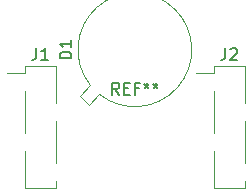
<source format=gbr>
G04 #@! TF.GenerationSoftware,KiCad,Pcbnew,(5.0.0)*
G04 #@! TF.CreationDate,2018-11-17T14:05:54+01:00*
G04 #@! TF.ProjectId,refPhotoDiode_MDversion,72656650686F746F44696F64655F4D44,rev?*
G04 #@! TF.SameCoordinates,Original*
G04 #@! TF.FileFunction,Legend,Top*
G04 #@! TF.FilePolarity,Positive*
%FSLAX46Y46*%
G04 Gerber Fmt 4.6, Leading zero omitted, Abs format (unit mm)*
G04 Created by KiCad (PCBNEW (5.0.0)) date 11/17/18 14:05:54*
%MOMM*%
%LPD*%
G01*
G04 APERTURE LIST*
%ADD10C,0.120000*%
%ADD11C,0.150000*%
G04 APERTURE END LIST*
D10*
G04 #@! TO.C,J1*
X140670000Y-89860000D02*
X143330000Y-89860000D01*
X140670000Y-100140000D02*
X143330000Y-100140000D01*
X143330000Y-89860000D02*
X143330000Y-92970000D01*
X140670000Y-90430000D02*
X139150000Y-90430000D01*
X140670000Y-89860000D02*
X140670000Y-90430000D01*
X143330000Y-99570000D02*
X143330000Y-100140000D01*
X143330000Y-94490000D02*
X143330000Y-98050000D01*
X140670000Y-91950000D02*
X140670000Y-95510000D01*
X140670000Y-97030000D02*
X140670000Y-100140000D01*
G04 #@! TO.C,D1*
X146225098Y-91457084D02*
X145334144Y-92348039D01*
X145334144Y-92348039D02*
X146111961Y-93125856D01*
X146111961Y-93125856D02*
X147002916Y-92234902D01*
X147002629Y-92234674D02*
G75*
G03X146225098Y-91457084I2997371J3774674D01*
G01*
G04 #@! TO.C,J2*
X156670000Y-97030000D02*
X156670000Y-100140000D01*
X156670000Y-91950000D02*
X156670000Y-95510000D01*
X159330000Y-94490000D02*
X159330000Y-98050000D01*
X159330000Y-99570000D02*
X159330000Y-100140000D01*
X156670000Y-89860000D02*
X156670000Y-90430000D01*
X156670000Y-90430000D02*
X155150000Y-90430000D01*
X159330000Y-89860000D02*
X159330000Y-92970000D01*
X156670000Y-100140000D02*
X159330000Y-100140000D01*
X156670000Y-89860000D02*
X159330000Y-89860000D01*
G04 #@! TO.C,J1*
D11*
X141666666Y-88312380D02*
X141666666Y-89026666D01*
X141619047Y-89169523D01*
X141523809Y-89264761D01*
X141380952Y-89312380D01*
X141285714Y-89312380D01*
X142666666Y-89312380D02*
X142095238Y-89312380D01*
X142380952Y-89312380D02*
X142380952Y-88312380D01*
X142285714Y-88455238D01*
X142190476Y-88550476D01*
X142095238Y-88598095D01*
G04 #@! TO.C,D1*
X144632380Y-89198095D02*
X143632380Y-89198095D01*
X143632380Y-88960000D01*
X143680000Y-88817142D01*
X143775238Y-88721904D01*
X143870476Y-88674285D01*
X144060952Y-88626666D01*
X144203809Y-88626666D01*
X144394285Y-88674285D01*
X144489523Y-88721904D01*
X144584761Y-88817142D01*
X144632380Y-88960000D01*
X144632380Y-89198095D01*
X144632380Y-87674285D02*
X144632380Y-88245714D01*
X144632380Y-87960000D02*
X143632380Y-87960000D01*
X143775238Y-88055238D01*
X143870476Y-88150476D01*
X143918095Y-88245714D01*
G04 #@! TO.C,J2*
X157666666Y-88312380D02*
X157666666Y-89026666D01*
X157619047Y-89169523D01*
X157523809Y-89264761D01*
X157380952Y-89312380D01*
X157285714Y-89312380D01*
X158095238Y-88407619D02*
X158142857Y-88360000D01*
X158238095Y-88312380D01*
X158476190Y-88312380D01*
X158571428Y-88360000D01*
X158619047Y-88407619D01*
X158666666Y-88502857D01*
X158666666Y-88598095D01*
X158619047Y-88740952D01*
X158047619Y-89312380D01*
X158666666Y-89312380D01*
G04 #@! TO.C,REF\002A\002A*
X148666666Y-92252380D02*
X148333333Y-91776190D01*
X148095238Y-92252380D02*
X148095238Y-91252380D01*
X148476190Y-91252380D01*
X148571428Y-91300000D01*
X148619047Y-91347619D01*
X148666666Y-91442857D01*
X148666666Y-91585714D01*
X148619047Y-91680952D01*
X148571428Y-91728571D01*
X148476190Y-91776190D01*
X148095238Y-91776190D01*
X149095238Y-91728571D02*
X149428571Y-91728571D01*
X149571428Y-92252380D02*
X149095238Y-92252380D01*
X149095238Y-91252380D01*
X149571428Y-91252380D01*
X150333333Y-91728571D02*
X150000000Y-91728571D01*
X150000000Y-92252380D02*
X150000000Y-91252380D01*
X150476190Y-91252380D01*
X151000000Y-91252380D02*
X151000000Y-91490476D01*
X150761904Y-91395238D02*
X151000000Y-91490476D01*
X151238095Y-91395238D01*
X150857142Y-91680952D02*
X151000000Y-91490476D01*
X151142857Y-91680952D01*
X151761904Y-91252380D02*
X151761904Y-91490476D01*
X151523809Y-91395238D02*
X151761904Y-91490476D01*
X152000000Y-91395238D01*
X151619047Y-91680952D02*
X151761904Y-91490476D01*
X151904761Y-91680952D01*
G04 #@! TD*
M02*

</source>
